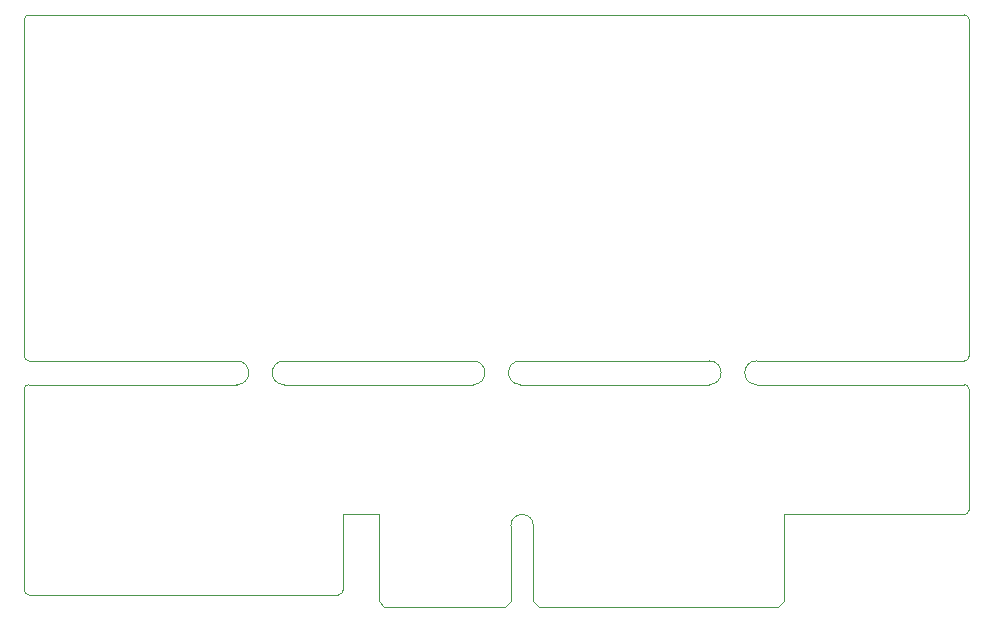
<source format=gm1>
G04 #@! TF.GenerationSoftware,KiCad,Pcbnew,7.0.10*
G04 #@! TF.CreationDate,2024-02-13T01:05:36+00:00*
G04 #@! TF.ProjectId,WYSE_5070_Riser,57595345-5f35-4303-9730-5f5269736572,rev?*
G04 #@! TF.SameCoordinates,Original*
G04 #@! TF.FileFunction,Profile,NP*
%FSLAX46Y46*%
G04 Gerber Fmt 4.6, Leading zero omitted, Abs format (unit mm)*
G04 Created by KiCad (PCBNEW 7.0.10) date 2024-02-13 01:05:36*
%MOMM*%
%LPD*%
G01*
G04 APERTURE LIST*
G04 #@! TA.AperFunction,Profile*
%ADD10C,0.100000*%
G04 #@! TD*
G04 APERTURE END LIST*
D10*
X144450000Y-45000000D02*
G75*
G03*
X144050000Y-44600000I-400000J0D01*
G01*
X144450000Y-45000000D02*
X144450000Y-55200000D01*
X64850000Y-42600000D02*
X82450000Y-42600000D01*
X64450000Y-62000000D02*
X64450000Y-45000000D01*
X122450000Y-44600000D02*
G75*
G03*
X122450000Y-42600000I0J1000000D01*
G01*
X106450000Y-44600000D02*
X122450000Y-44600000D01*
X91450000Y-55600000D02*
X91450000Y-62000000D01*
X106450000Y-42600000D02*
X122450000Y-42600000D01*
X144050000Y-55600000D02*
G75*
G03*
X144450000Y-55200000I0J400000D01*
G01*
X126450000Y-42600000D02*
G75*
G03*
X126450000Y-44600000I0J-1000000D01*
G01*
X126450000Y-42600000D02*
X144050000Y-42600000D01*
X144450000Y-13700000D02*
G75*
G03*
X144050000Y-13300000I-400000J0D01*
G01*
X64450000Y-62000000D02*
G75*
G03*
X64850000Y-62400000I400000J0D01*
G01*
X82450000Y-44600000D02*
G75*
G03*
X82450000Y-42600000I0J1000000D01*
G01*
X64850000Y-13300000D02*
G75*
G03*
X64450000Y-13700000I0J-400000D01*
G01*
X144450000Y-42200000D02*
X144450000Y-13700000D01*
X64450000Y-42200000D02*
X64450000Y-13700000D01*
X86450000Y-42600000D02*
X102450000Y-42600000D01*
X128750000Y-55600000D02*
X144050000Y-55600000D01*
X126450000Y-44600000D02*
X144050000Y-44600000D01*
X144050000Y-42600000D02*
G75*
G03*
X144450000Y-42200000I0J400000D01*
G01*
X102450000Y-44600000D02*
G75*
G03*
X102450000Y-42600000I0J1000000D01*
G01*
X86450000Y-42600000D02*
G75*
G03*
X86450000Y-44600000I0J-1000000D01*
G01*
X64850000Y-44600000D02*
G75*
G03*
X64450000Y-45000000I0J-400000D01*
G01*
X91050000Y-62400000D02*
G75*
G03*
X91450000Y-62000000I0J400000D01*
G01*
X94450000Y-55600000D02*
X91450000Y-55600000D01*
X106450000Y-42600000D02*
G75*
G03*
X106450000Y-44600000I0J-1000000D01*
G01*
X64850000Y-44600000D02*
X82450000Y-44600000D01*
X86450000Y-44600000D02*
X102450000Y-44600000D01*
X64450000Y-42200000D02*
G75*
G03*
X64850000Y-42600000I400000J0D01*
G01*
X91050000Y-62400000D02*
X64850000Y-62400000D01*
X144050000Y-13300000D02*
X64850000Y-13300000D01*
X94450000Y-55600000D02*
X94450000Y-62900000D01*
X94450000Y-62900000D02*
X94950000Y-63400000D01*
X94950000Y-63400000D02*
X105150000Y-63400000D01*
X105650000Y-56550000D02*
X105650000Y-62900000D01*
X105650000Y-62900000D02*
X105150000Y-63400000D01*
X107550000Y-56550000D02*
X107550000Y-62900000D01*
X107550000Y-62900000D02*
X108050000Y-63400000D01*
X108050000Y-63400000D02*
X128250000Y-63400000D01*
X128750000Y-55600000D02*
X128750000Y-62900000D01*
X128750000Y-62900000D02*
X128250000Y-63400000D01*
X107550000Y-56550000D02*
G75*
G03*
X105650000Y-56550000I-950000J0D01*
G01*
M02*

</source>
